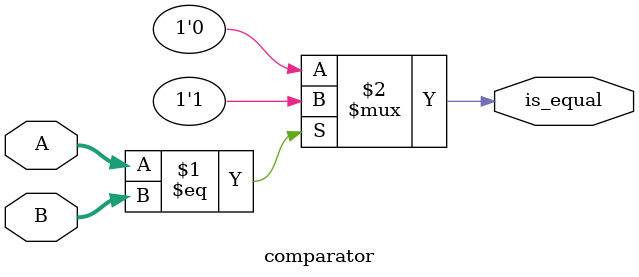
<source format=v>
module comparator(A, B, is_equal);//比较A,B,相等时is_equal=1,否则is_equal=0
	parameter WIDTH = 8;
	input [WIDTH-1:0] A, B;
	output is_equal;
	assign is_equal = (A==B)? 1'b1 : 1'b0;
endmodule
</source>
